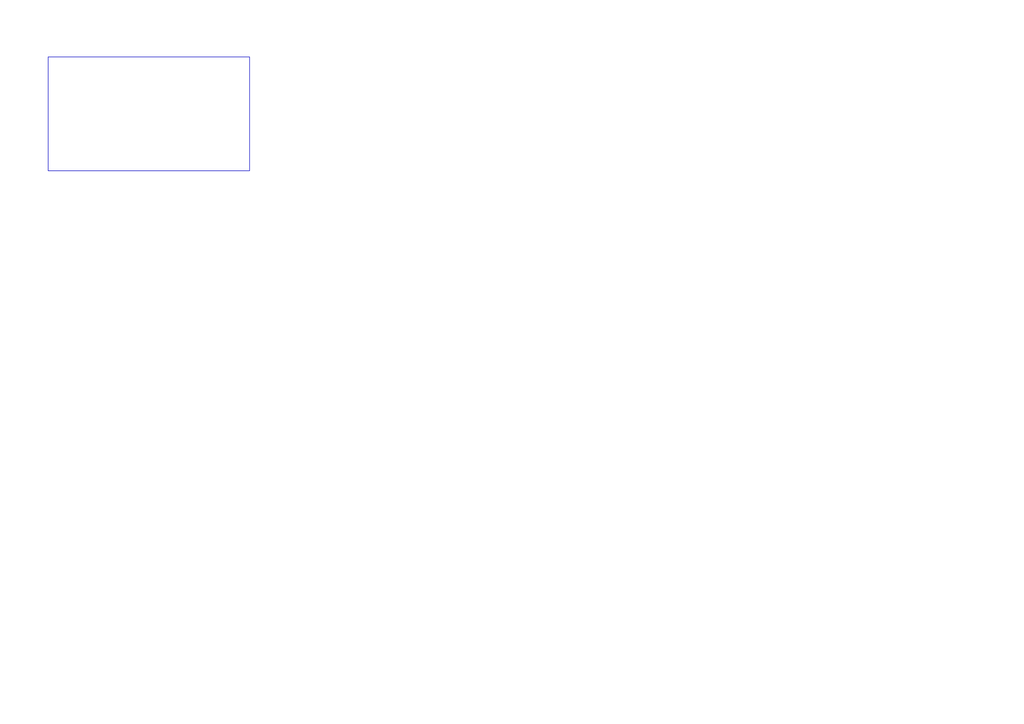
<source format=kicad_sch>
(kicad_sch (version 20230121) (generator eeschema)
  (paper "A4")
  (lib_symbols)
  (rectangle (start 13.97 16.51) (end 72.39 49.53))
)
</source>
